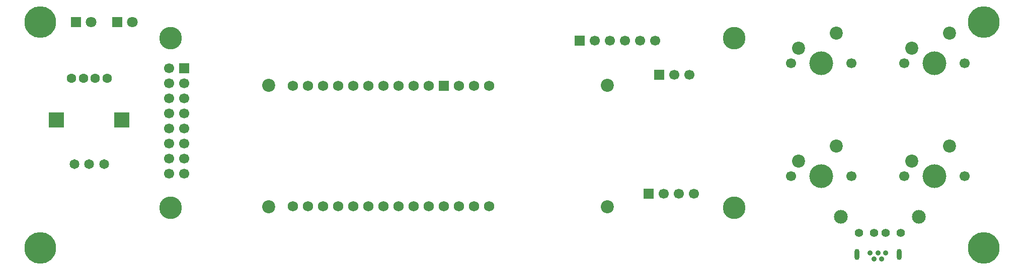
<source format=gbr>
%TF.GenerationSoftware,KiCad,Pcbnew,9.0.4-9.0.4-0~ubuntu24.04.1*%
%TF.CreationDate,2025-09-22T11:21:34-04:00*%
%TF.ProjectId,car-control,6361722d-636f-46e7-9472-6f6c2e6b6963,rev?*%
%TF.SameCoordinates,Original*%
%TF.FileFunction,Soldermask,Bot*%
%TF.FilePolarity,Negative*%
%FSLAX46Y46*%
G04 Gerber Fmt 4.6, Leading zero omitted, Abs format (unit mm)*
G04 Created by KiCad (PCBNEW 9.0.4-9.0.4-0~ubuntu24.04.1) date 2025-09-22 11:21:34*
%MOMM*%
%LPD*%
G01*
G04 APERTURE LIST*
%ADD10C,5.334000*%
%ADD11C,1.700000*%
%ADD12C,4.000000*%
%ADD13C,2.200000*%
%ADD14C,1.600000*%
%ADD15C,1.650000*%
%ADD16R,2.500000X2.500000*%
%ADD17R,1.700000X1.700000*%
%ADD18C,3.810000*%
%ADD19R,1.800000X1.800000*%
%ADD20C,1.800000*%
%ADD21C,0.914400*%
%ADD22O,0.863600X1.854200*%
%ADD23C,2.311400*%
%ADD24C,1.422400*%
%ADD25C,1.727200*%
%ADD26R,1.727200X1.727200*%
G04 APERTURE END LIST*
D10*
%TO.C,H2*%
X78105000Y-90805000D03*
%TD*%
%TO.C,H4*%
X236855000Y-90805000D03*
%TD*%
D11*
%TO.C,SW2*%
X223520000Y-59690000D03*
D12*
X228600000Y-59690000D03*
D11*
X233680000Y-59690000D03*
D13*
X231140000Y-54610000D03*
X224790000Y-57150000D03*
%TD*%
D14*
%TO.C,SW5*%
X89360000Y-62230000D03*
X87360000Y-62230000D03*
X85360000Y-62230000D03*
X83360000Y-62230000D03*
D15*
X83860000Y-76730000D03*
X88860000Y-76730000D03*
X86360000Y-76730000D03*
D16*
X80860000Y-69230000D03*
X91860000Y-69230000D03*
%TD*%
D17*
%TO.C,U1*%
X102347500Y-60564500D03*
D11*
X99807500Y-60564500D03*
X102347500Y-63104500D03*
X99807500Y-63104500D03*
X102347500Y-65644500D03*
X99807500Y-65644500D03*
X102347500Y-68184500D03*
X99807500Y-68184500D03*
X102347500Y-70724500D03*
X99807500Y-70724500D03*
X102347500Y-73264500D03*
X99807500Y-73264500D03*
X102347500Y-75804500D03*
X99807500Y-75804500D03*
X102347500Y-78344500D03*
X99807500Y-78344500D03*
D18*
X100061500Y-55484500D03*
X100061500Y-84059500D03*
X194905100Y-55484500D03*
X194905100Y-84059500D03*
%TD*%
D11*
%TO.C,SW1*%
X204470000Y-59690000D03*
D12*
X209550000Y-59690000D03*
D11*
X214630000Y-59690000D03*
D13*
X212090000Y-54610000D03*
X205740000Y-57150000D03*
%TD*%
D11*
%TO.C,SW3*%
X204470000Y-78740000D03*
D12*
X209550000Y-78740000D03*
D11*
X214630000Y-78740000D03*
D13*
X212090000Y-73660000D03*
X205740000Y-76200000D03*
%TD*%
D10*
%TO.C,H3*%
X236855000Y-52705000D03*
%TD*%
D19*
%TO.C,D1*%
X84100000Y-52705000D03*
D20*
X86640000Y-52705000D03*
%TD*%
D10*
%TO.C,H1*%
X78105000Y-52705000D03*
%TD*%
D11*
%TO.C,SW4*%
X223520000Y-78740000D03*
D12*
X228600000Y-78740000D03*
D11*
X233680000Y-78740000D03*
D13*
X231140000Y-73660000D03*
X224790000Y-76200000D03*
%TD*%
D19*
%TO.C,D2*%
X91090000Y-52705000D03*
D20*
X93630000Y-52705000D03*
%TD*%
D21*
%TO.C,J1*%
X217756001Y-91710000D03*
X218406002Y-92710000D03*
X219056001Y-91710000D03*
X219706000Y-92710000D03*
X220356001Y-91710000D03*
D22*
X215481002Y-91929999D03*
X222631000Y-91929999D03*
%TD*%
D17*
%TO.C,J4*%
X180477000Y-81686000D03*
D11*
X183017000Y-81686000D03*
X185557000Y-81686000D03*
X188097000Y-81686000D03*
%TD*%
D17*
%TO.C,JP1*%
X182245000Y-61595000D03*
D11*
X184785000Y-61595000D03*
X187325000Y-61595000D03*
%TD*%
D17*
%TO.C,J2*%
X168910000Y-55880000D03*
D11*
X171450000Y-55880000D03*
X173990000Y-55880000D03*
X176530000Y-55880000D03*
X179070000Y-55880000D03*
X181610000Y-55880000D03*
%TD*%
D23*
%TO.C,J3*%
X212813900Y-85547200D03*
X225945700Y-85547200D03*
D24*
X215874600Y-88265000D03*
X218376500Y-88265000D03*
X220383100Y-88265000D03*
X222885000Y-88265000D03*
%TD*%
D13*
%TO.C,A1*%
X173554800Y-83910000D03*
X173554800Y-63410000D03*
X116554800Y-83910000D03*
X116554800Y-63410000D03*
D25*
X148590000Y-63500000D03*
X153670000Y-63500000D03*
X151130000Y-83820000D03*
X148590000Y-83820000D03*
X146050000Y-83820000D03*
X143510000Y-83820000D03*
X140970000Y-83820000D03*
X138430000Y-83820000D03*
X135890000Y-83820000D03*
X153670000Y-83820000D03*
X133350000Y-83820000D03*
X130810000Y-83820000D03*
X128270000Y-83820000D03*
X125730000Y-83820000D03*
X123190000Y-83820000D03*
X120650000Y-83820000D03*
X120650000Y-63500000D03*
X123190000Y-63500000D03*
X125730000Y-63500000D03*
X128270000Y-63500000D03*
X130810000Y-63500000D03*
X133350000Y-63500000D03*
X135890000Y-63500000D03*
X138430000Y-63500000D03*
X140970000Y-63500000D03*
D26*
X146050000Y-63500000D03*
D25*
X143510000Y-63500000D03*
X151130000Y-63500000D03*
%TD*%
M02*

</source>
